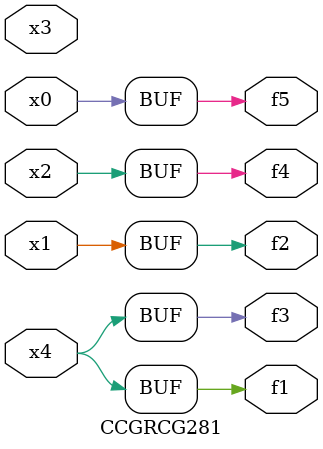
<source format=v>
module CCGRCG281(
	input x0, x1, x2, x3, x4,
	output f1, f2, f3, f4, f5
);
	assign f1 = x4;
	assign f2 = x1;
	assign f3 = x4;
	assign f4 = x2;
	assign f5 = x0;
endmodule

</source>
